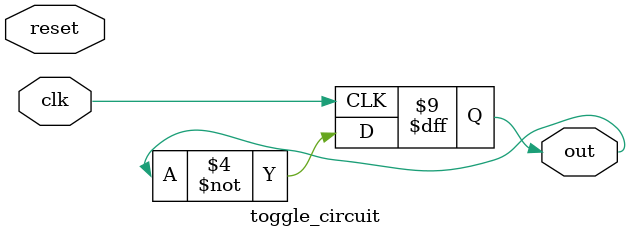
<source format=v>
module toggle_circuit(input clk, input reset, output reg out);
    reg [7:0] counter = 8'h00;
    always @(posedge clk) begin
        if(reset) begin
            counter <= 8'h00;
        end else begin
            counter <= counter + 1;
        end
    end
    always @(posedge clk) begin
        out <= ~out;
    end
endmodule

</source>
